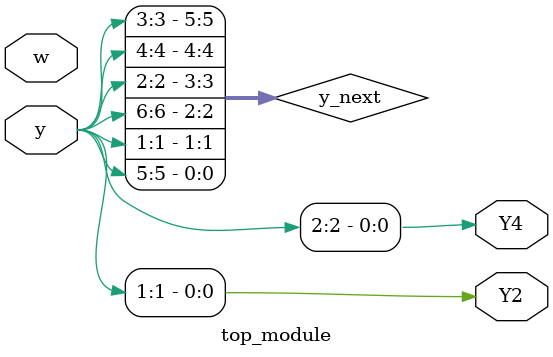
<source format=sv>
module top_module (
    input [6:1] y,
    input w,
    output Y2,
    output Y4
);

    // Declare intermediate wires
    wire[6:1] y_next;

    // Next state logic
    assign y_next[1] = y[5];
    assign y_next[2] = y[1];
    assign y_next[3] = y[6];
    assign y_next[4] = y[2];
    assign y_next[5] = y[4];
    assign y_next[6] = y[3];

    // Output logic
    assign Y2 = y_next[2];
    assign Y4 = y_next[4];
    
endmodule

</source>
